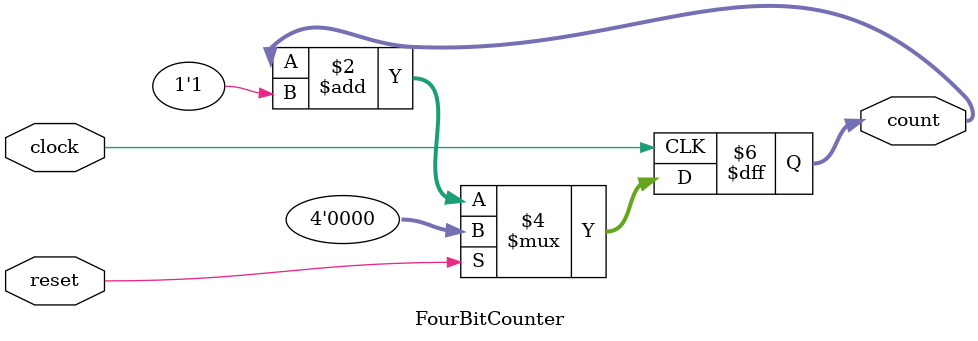
<source format=v>
module FourBitCounter (
    input wire clock,
    input wire reset,
    output reg [3:0] count
);

  always @(posedge clock) begin
    if (reset) count <= 4'b0000;
    else count <= count + 1'b1;
  end
endmodule


</source>
